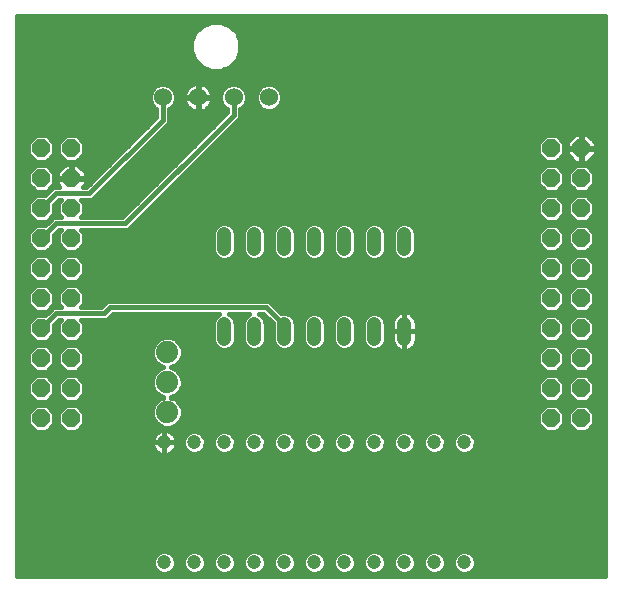
<source format=gbl>
G75*
%MOIN*%
%OFA0B0*%
%FSLAX24Y24*%
%IPPOS*%
%LPD*%
%AMOC8*
5,1,8,0,0,1.08239X$1,22.5*
%
%ADD10OC8,0.0600*%
%ADD11C,0.0740*%
%ADD12C,0.0480*%
%ADD13C,0.0472*%
%ADD14C,0.0600*%
%ADD15C,0.0160*%
%ADD16C,0.0337*%
D10*
X062560Y023393D03*
X063560Y023393D03*
X063560Y024393D03*
X062560Y024393D03*
X062560Y025393D03*
X063560Y025393D03*
X063560Y026393D03*
X062560Y026393D03*
X062560Y027393D03*
X063560Y027393D03*
X063560Y028393D03*
X062560Y028393D03*
X062560Y029393D03*
X063560Y029393D03*
X063560Y030393D03*
X062560Y030393D03*
X062560Y031393D03*
X063560Y031393D03*
X063560Y032393D03*
X062560Y032393D03*
X079560Y032393D03*
X080560Y032393D03*
X080560Y031393D03*
X079560Y031393D03*
X079560Y030393D03*
X080560Y030393D03*
X080560Y029393D03*
X079560Y029393D03*
X079560Y028393D03*
X080560Y028393D03*
X080560Y027393D03*
X079560Y027393D03*
X079560Y026393D03*
X080560Y026393D03*
X080560Y025393D03*
X079560Y025393D03*
X079560Y024393D03*
X080560Y024393D03*
X080560Y023393D03*
X079560Y023393D03*
D11*
X066760Y023593D03*
X066760Y024593D03*
X066760Y025593D03*
D12*
X068660Y026053D02*
X068660Y026533D01*
X069660Y026533D02*
X069660Y026053D01*
X070660Y026053D02*
X070660Y026533D01*
X071660Y026533D02*
X071660Y026053D01*
X072660Y026053D02*
X072660Y026533D01*
X073660Y026533D02*
X073660Y026053D01*
X074660Y026053D02*
X074660Y026533D01*
X074660Y029053D02*
X074660Y029533D01*
X073660Y029533D02*
X073660Y029053D01*
X072660Y029053D02*
X072660Y029533D01*
X071660Y029533D02*
X071660Y029053D01*
X070660Y029053D02*
X070660Y029533D01*
X069660Y029533D02*
X069660Y029053D01*
X068660Y029053D02*
X068660Y029533D01*
D13*
X068660Y022593D03*
X069660Y022593D03*
X070660Y022593D03*
X071660Y022593D03*
X072660Y022593D03*
X073660Y022593D03*
X074660Y022593D03*
X075660Y022593D03*
X076660Y022593D03*
X076660Y018593D03*
X075660Y018593D03*
X074660Y018593D03*
X073660Y018593D03*
X072660Y018593D03*
X071660Y018593D03*
X070660Y018593D03*
X069660Y018593D03*
X068660Y018593D03*
X067660Y018593D03*
X066660Y018593D03*
X066660Y022593D03*
X067660Y022593D03*
D14*
X067790Y034093D03*
X068970Y034093D03*
X070150Y034093D03*
X066610Y034093D03*
D15*
X061760Y036793D02*
X061760Y018123D01*
X081360Y018123D01*
X081360Y036793D01*
X061760Y036793D01*
X061760Y036766D02*
X081360Y036766D01*
X081360Y036608D02*
X068556Y036608D01*
X068543Y036613D02*
X068216Y036613D01*
X067915Y036488D01*
X067684Y036258D01*
X067560Y035956D01*
X067560Y035630D01*
X067684Y035329D01*
X067915Y035098D01*
X068216Y034973D01*
X068543Y034973D01*
X068844Y035098D01*
X069075Y035329D01*
X069200Y035630D01*
X069200Y035956D01*
X069075Y036258D01*
X068844Y036488D01*
X068543Y036613D01*
X068203Y036608D02*
X061760Y036608D01*
X061760Y036449D02*
X067876Y036449D01*
X067717Y036291D02*
X061760Y036291D01*
X061760Y036132D02*
X067632Y036132D01*
X067567Y035974D02*
X061760Y035974D01*
X061760Y035815D02*
X067560Y035815D01*
X067560Y035657D02*
X061760Y035657D01*
X061760Y035498D02*
X067614Y035498D01*
X067680Y035340D02*
X061760Y035340D01*
X061760Y035181D02*
X067832Y035181D01*
X068097Y035023D02*
X061760Y035023D01*
X061760Y034864D02*
X081360Y034864D01*
X081360Y034706D02*
X061760Y034706D01*
X061760Y034547D02*
X067634Y034547D01*
X067605Y034538D02*
X067538Y034504D01*
X067477Y034459D01*
X067423Y034406D01*
X067379Y034345D01*
X067345Y034278D01*
X067321Y034206D01*
X067310Y034131D01*
X067310Y034113D01*
X067770Y034113D01*
X067770Y034573D01*
X067752Y034573D01*
X067677Y034561D01*
X067605Y034538D01*
X067770Y034547D02*
X067810Y034547D01*
X067810Y034573D02*
X067827Y034573D01*
X067902Y034561D01*
X067974Y034538D01*
X068041Y034504D01*
X068102Y034459D01*
X068156Y034406D01*
X068200Y034345D01*
X068234Y034278D01*
X068258Y034206D01*
X068270Y034131D01*
X068270Y034113D01*
X067810Y034113D01*
X067810Y034073D01*
X068270Y034073D01*
X068270Y034056D01*
X068258Y033981D01*
X068234Y033909D01*
X068200Y033842D01*
X068156Y033781D01*
X068102Y033727D01*
X068041Y033683D01*
X067974Y033648D01*
X067902Y033625D01*
X067827Y033613D01*
X067810Y033613D01*
X067810Y034073D01*
X067770Y034073D01*
X067770Y033613D01*
X067752Y033613D01*
X067677Y033625D01*
X067605Y033648D01*
X067538Y033683D01*
X067477Y033727D01*
X067423Y033781D01*
X067379Y033842D01*
X067345Y033909D01*
X067321Y033981D01*
X067310Y034056D01*
X067310Y034073D01*
X067770Y034073D01*
X067770Y034113D01*
X067810Y034113D01*
X067810Y034573D01*
X067945Y034547D02*
X081360Y034547D01*
X081360Y034389D02*
X070476Y034389D01*
X070523Y034343D02*
X070399Y034466D01*
X070237Y034533D01*
X070062Y034533D01*
X069900Y034466D01*
X069776Y034343D01*
X069710Y034181D01*
X069710Y034006D01*
X069776Y033844D01*
X069900Y033720D01*
X070062Y033653D01*
X070237Y033653D01*
X070399Y033720D01*
X070523Y033844D01*
X070590Y034006D01*
X070590Y034181D01*
X070523Y034343D01*
X070569Y034230D02*
X081360Y034230D01*
X081360Y034072D02*
X070590Y034072D01*
X070551Y033913D02*
X081360Y033913D01*
X081360Y033755D02*
X070433Y033755D01*
X069866Y033755D02*
X069253Y033755D01*
X069219Y033720D02*
X069343Y033844D01*
X069410Y034006D01*
X069410Y034181D01*
X069343Y034343D01*
X069219Y034466D01*
X069057Y034533D01*
X068882Y034533D01*
X068720Y034466D01*
X068596Y034343D01*
X068530Y034181D01*
X068530Y034006D01*
X068596Y033844D01*
X068720Y033720D01*
X068750Y033708D01*
X068750Y033594D01*
X065268Y030113D01*
X063902Y030113D01*
X064000Y030211D01*
X064000Y030576D01*
X063902Y030673D01*
X064251Y030673D01*
X064380Y030802D01*
X066830Y033252D01*
X066830Y033708D01*
X066859Y033720D01*
X066983Y033844D01*
X067050Y034006D01*
X067050Y034181D01*
X066983Y034343D01*
X066859Y034466D01*
X066697Y034533D01*
X066522Y034533D01*
X066360Y034466D01*
X066236Y034343D01*
X066170Y034181D01*
X066170Y034006D01*
X066236Y033844D01*
X066360Y033720D01*
X066390Y033708D01*
X066390Y033434D01*
X064068Y031113D01*
X063958Y031113D01*
X064040Y031194D01*
X064040Y031373D01*
X063580Y031373D01*
X063580Y031413D01*
X064040Y031413D01*
X064040Y031592D01*
X063758Y031873D01*
X063580Y031873D01*
X063580Y031413D01*
X063540Y031413D01*
X063540Y031873D01*
X063361Y031873D01*
X063080Y031592D01*
X063080Y031413D01*
X063540Y031413D01*
X063540Y031373D01*
X063080Y031373D01*
X063080Y031194D01*
X063161Y031113D01*
X062968Y031113D01*
X062688Y030833D01*
X062377Y030833D01*
X062120Y030576D01*
X062120Y030211D01*
X062377Y029953D01*
X062742Y029953D01*
X063000Y030211D01*
X063000Y030522D01*
X063151Y030673D01*
X063217Y030673D01*
X063120Y030576D01*
X063120Y030211D01*
X063217Y030113D01*
X062968Y030113D01*
X062840Y029984D01*
X062688Y029833D01*
X062377Y029833D01*
X062120Y029576D01*
X062120Y029211D01*
X062377Y028953D01*
X062742Y028953D01*
X063000Y029211D01*
X063000Y029522D01*
X063151Y029673D01*
X063217Y029673D01*
X063120Y029576D01*
X063120Y029211D01*
X063377Y028953D01*
X063742Y028953D01*
X064000Y029211D01*
X064000Y029576D01*
X063902Y029673D01*
X065451Y029673D01*
X065580Y029802D01*
X069190Y033412D01*
X069190Y033708D01*
X069219Y033720D01*
X069190Y033596D02*
X081360Y033596D01*
X081360Y033438D02*
X069190Y033438D01*
X069057Y033279D02*
X081360Y033279D01*
X081360Y033121D02*
X068898Y033121D01*
X068740Y032962D02*
X081360Y032962D01*
X081360Y032804D02*
X080828Y032804D01*
X080758Y032873D02*
X081040Y032592D01*
X081040Y032413D01*
X080580Y032413D01*
X080580Y032373D01*
X081040Y032373D01*
X081040Y032194D01*
X080758Y031913D01*
X080580Y031913D01*
X080580Y032373D01*
X080540Y032373D01*
X080540Y031913D01*
X080361Y031913D01*
X080080Y032194D01*
X080080Y032373D01*
X080540Y032373D01*
X080540Y032413D01*
X080540Y032873D01*
X080361Y032873D01*
X080080Y032592D01*
X080080Y032413D01*
X080540Y032413D01*
X080580Y032413D01*
X080580Y032873D01*
X080758Y032873D01*
X080580Y032804D02*
X080540Y032804D01*
X080540Y032645D02*
X080580Y032645D01*
X080580Y032487D02*
X080540Y032487D01*
X080540Y032328D02*
X080580Y032328D01*
X080580Y032170D02*
X080540Y032170D01*
X080540Y032011D02*
X080580Y032011D01*
X080742Y031833D02*
X080377Y031833D01*
X080120Y031576D01*
X080120Y031211D01*
X080377Y030953D01*
X080742Y030953D01*
X081000Y031211D01*
X081000Y031576D01*
X080742Y031833D01*
X080881Y031694D02*
X081360Y031694D01*
X081360Y031536D02*
X081000Y031536D01*
X081000Y031377D02*
X081360Y031377D01*
X081360Y031219D02*
X081000Y031219D01*
X080849Y031060D02*
X081360Y031060D01*
X081360Y030902D02*
X066679Y030902D01*
X066838Y031060D02*
X079270Y031060D01*
X079377Y030953D02*
X079742Y030953D01*
X080000Y031211D01*
X080000Y031576D01*
X079742Y031833D01*
X079377Y031833D01*
X079120Y031576D01*
X079120Y031211D01*
X079377Y030953D01*
X079377Y030833D02*
X079120Y030576D01*
X079120Y030211D01*
X079377Y029953D01*
X079742Y029953D01*
X080000Y030211D01*
X080000Y030576D01*
X079742Y030833D01*
X079377Y030833D01*
X079287Y030743D02*
X066521Y030743D01*
X066362Y030585D02*
X079129Y030585D01*
X079120Y030426D02*
X066204Y030426D01*
X066045Y030268D02*
X079120Y030268D01*
X079221Y030109D02*
X065887Y030109D01*
X065728Y029951D02*
X081360Y029951D01*
X081360Y030109D02*
X080898Y030109D01*
X081000Y030211D02*
X080742Y029953D01*
X080377Y029953D01*
X080120Y030211D01*
X080120Y030576D01*
X080377Y030833D01*
X080742Y030833D01*
X081000Y030576D01*
X081000Y030211D01*
X081000Y030268D02*
X081360Y030268D01*
X081360Y030426D02*
X081000Y030426D01*
X080990Y030585D02*
X081360Y030585D01*
X081360Y030743D02*
X080832Y030743D01*
X080287Y030743D02*
X079832Y030743D01*
X079990Y030585D02*
X080129Y030585D01*
X080120Y030426D02*
X080000Y030426D01*
X080000Y030268D02*
X080120Y030268D01*
X080221Y030109D02*
X079898Y030109D01*
X079742Y029833D02*
X080000Y029576D01*
X080000Y029211D01*
X079742Y028953D01*
X079377Y028953D01*
X079120Y029211D01*
X079120Y029576D01*
X079377Y029833D01*
X079742Y029833D01*
X079783Y029792D02*
X080336Y029792D01*
X080377Y029833D02*
X080120Y029576D01*
X080120Y029211D01*
X080377Y028953D01*
X080742Y028953D01*
X081000Y029211D01*
X081000Y029576D01*
X080742Y029833D01*
X080377Y029833D01*
X080178Y029634D02*
X079941Y029634D01*
X080000Y029475D02*
X080120Y029475D01*
X080120Y029317D02*
X080000Y029317D01*
X079947Y029158D02*
X080172Y029158D01*
X080331Y029000D02*
X079788Y029000D01*
X079742Y028833D02*
X080000Y028576D01*
X080000Y028211D01*
X079742Y027953D01*
X079377Y027953D01*
X079120Y028211D01*
X079120Y028576D01*
X079377Y028833D01*
X079742Y028833D01*
X079892Y028683D02*
X080227Y028683D01*
X080120Y028576D02*
X080120Y028211D01*
X080377Y027953D01*
X080742Y027953D01*
X081000Y028211D01*
X081000Y028576D01*
X080742Y028833D01*
X080377Y028833D01*
X080120Y028576D01*
X080120Y028524D02*
X080000Y028524D01*
X080000Y028366D02*
X080120Y028366D01*
X080123Y028207D02*
X079996Y028207D01*
X079837Y028049D02*
X080282Y028049D01*
X080377Y027833D02*
X080120Y027576D01*
X080120Y027211D01*
X080377Y026953D01*
X080742Y026953D01*
X081000Y027211D01*
X081000Y027576D01*
X080742Y027833D01*
X080377Y027833D01*
X080276Y027732D02*
X079843Y027732D01*
X079742Y027833D02*
X080000Y027576D01*
X080000Y027211D01*
X079742Y026953D01*
X079377Y026953D01*
X079120Y027211D01*
X079120Y027576D01*
X079377Y027833D01*
X079742Y027833D01*
X080000Y027573D02*
X080120Y027573D01*
X080120Y027415D02*
X080000Y027415D01*
X080000Y027256D02*
X080120Y027256D01*
X080233Y027098D02*
X079886Y027098D01*
X079742Y026833D02*
X079377Y026833D01*
X079120Y026576D01*
X079120Y026211D01*
X079377Y025953D01*
X079742Y025953D01*
X080000Y026211D01*
X080000Y026576D01*
X079742Y026833D01*
X079794Y026781D02*
X080325Y026781D01*
X080377Y026833D02*
X080120Y026576D01*
X080120Y026211D01*
X080377Y025953D01*
X080742Y025953D01*
X081000Y026211D01*
X081000Y026576D01*
X080742Y026833D01*
X080377Y026833D01*
X080166Y026622D02*
X079953Y026622D01*
X080000Y026464D02*
X080120Y026464D01*
X080120Y026305D02*
X080000Y026305D01*
X079935Y026147D02*
X080184Y026147D01*
X080342Y025988D02*
X079777Y025988D01*
X079742Y025833D02*
X080000Y025576D01*
X080000Y025211D01*
X079742Y024953D01*
X079377Y024953D01*
X079120Y025211D01*
X079120Y025576D01*
X079377Y025833D01*
X079742Y025833D01*
X079745Y025830D02*
X080374Y025830D01*
X080377Y025833D02*
X080120Y025576D01*
X080120Y025211D01*
X080377Y024953D01*
X080742Y024953D01*
X081000Y025211D01*
X081000Y025576D01*
X080742Y025833D01*
X080377Y025833D01*
X080215Y025671D02*
X079904Y025671D01*
X080000Y025513D02*
X080120Y025513D01*
X080120Y025354D02*
X080000Y025354D01*
X079984Y025196D02*
X080135Y025196D01*
X080293Y025037D02*
X079826Y025037D01*
X079742Y024833D02*
X080000Y024576D01*
X080000Y024211D01*
X079742Y023953D01*
X079377Y023953D01*
X079120Y024211D01*
X079120Y024576D01*
X079377Y024833D01*
X079742Y024833D01*
X079855Y024720D02*
X080264Y024720D01*
X080377Y024833D02*
X080120Y024576D01*
X080120Y024211D01*
X080377Y023953D01*
X080742Y023953D01*
X081000Y024211D01*
X081000Y024576D01*
X080742Y024833D01*
X080377Y024833D01*
X080120Y024562D02*
X080000Y024562D01*
X080000Y024403D02*
X080120Y024403D01*
X080120Y024245D02*
X080000Y024245D01*
X079875Y024086D02*
X080244Y024086D01*
X080377Y023833D02*
X080120Y023576D01*
X080120Y023211D01*
X080377Y022953D01*
X080742Y022953D01*
X081000Y023211D01*
X081000Y023576D01*
X080742Y023833D01*
X080377Y023833D01*
X080313Y023769D02*
X079806Y023769D01*
X079742Y023833D02*
X080000Y023576D01*
X080000Y023211D01*
X079742Y022953D01*
X079377Y022953D01*
X079120Y023211D01*
X079120Y023576D01*
X079377Y023833D01*
X079742Y023833D01*
X079964Y023611D02*
X080155Y023611D01*
X080120Y023452D02*
X080000Y023452D01*
X080000Y023294D02*
X080120Y023294D01*
X080195Y023135D02*
X079924Y023135D01*
X079765Y022977D02*
X080354Y022977D01*
X080765Y022977D02*
X081360Y022977D01*
X081360Y023135D02*
X080924Y023135D01*
X081000Y023294D02*
X081360Y023294D01*
X081360Y023452D02*
X081000Y023452D01*
X080964Y023611D02*
X081360Y023611D01*
X081360Y023769D02*
X080806Y023769D01*
X080875Y024086D02*
X081360Y024086D01*
X081360Y023928D02*
X067146Y023928D01*
X067192Y023882D02*
X067048Y024026D01*
X066885Y024093D01*
X067048Y024161D01*
X067192Y024304D01*
X067270Y024492D01*
X067270Y024695D01*
X067192Y024882D01*
X067048Y025026D01*
X066885Y025093D01*
X067048Y025161D01*
X067192Y025304D01*
X067270Y025492D01*
X067270Y025695D01*
X067192Y025882D01*
X067048Y026026D01*
X066861Y026103D01*
X066658Y026103D01*
X066471Y026026D01*
X066327Y025882D01*
X066250Y025695D01*
X066250Y025492D01*
X066327Y025304D01*
X066471Y025161D01*
X066634Y025093D01*
X066471Y025026D01*
X066327Y024882D01*
X066250Y024695D01*
X066250Y024492D01*
X066327Y024304D01*
X066471Y024161D01*
X066634Y024093D01*
X066471Y024026D01*
X066327Y023882D01*
X066250Y023695D01*
X066250Y023492D01*
X066327Y023304D01*
X066471Y023161D01*
X066658Y023083D01*
X066861Y023083D01*
X067048Y023161D01*
X067192Y023304D01*
X067270Y023492D01*
X067270Y023695D01*
X067192Y023882D01*
X067239Y023769D02*
X079313Y023769D01*
X079155Y023611D02*
X067270Y023611D01*
X067253Y023452D02*
X079120Y023452D01*
X079120Y023294D02*
X067181Y023294D01*
X066987Y023135D02*
X079195Y023135D01*
X079354Y022977D02*
X066824Y022977D01*
X066819Y022979D02*
X066757Y022999D01*
X066692Y023010D01*
X066660Y023010D01*
X066660Y022593D01*
X066660Y022593D01*
X067076Y022593D01*
X067076Y022561D01*
X067065Y022496D01*
X067045Y022434D01*
X067015Y022375D01*
X066977Y022322D01*
X066931Y022276D01*
X066878Y022237D01*
X066819Y022208D01*
X066757Y022187D01*
X066692Y022177D01*
X066660Y022177D01*
X066660Y022593D01*
X066660Y022593D01*
X067076Y022593D01*
X067076Y022626D01*
X067065Y022691D01*
X067045Y022753D01*
X067015Y022811D01*
X066977Y022864D01*
X066931Y022911D01*
X066878Y022949D01*
X066819Y022979D01*
X066660Y022977D02*
X066660Y022977D01*
X066660Y023010D02*
X066627Y023010D01*
X066562Y022999D01*
X066500Y022979D01*
X066441Y022949D01*
X066388Y022911D01*
X066342Y022864D01*
X066304Y022811D01*
X066274Y022753D01*
X066254Y022691D01*
X066243Y022626D01*
X066243Y022593D01*
X066243Y022561D01*
X066254Y022496D01*
X066274Y022434D01*
X066304Y022375D01*
X066342Y022322D01*
X066388Y022276D01*
X066441Y022237D01*
X066500Y022208D01*
X066562Y022187D01*
X066627Y022177D01*
X066660Y022177D01*
X066660Y022593D01*
X066660Y022593D01*
X066243Y022593D01*
X066660Y022593D01*
X066660Y022593D01*
X066660Y023010D01*
X066495Y022977D02*
X063765Y022977D01*
X063742Y022953D02*
X064000Y023211D01*
X064000Y023576D01*
X063742Y023833D01*
X063377Y023833D01*
X063120Y023576D01*
X063120Y023211D01*
X063377Y022953D01*
X063742Y022953D01*
X063924Y023135D02*
X066532Y023135D01*
X066338Y023294D02*
X064000Y023294D01*
X064000Y023452D02*
X066266Y023452D01*
X066250Y023611D02*
X063964Y023611D01*
X063806Y023769D02*
X066280Y023769D01*
X066373Y023928D02*
X061760Y023928D01*
X061760Y024086D02*
X062244Y024086D01*
X062120Y024211D02*
X062377Y023953D01*
X062742Y023953D01*
X063000Y024211D01*
X063000Y024576D01*
X062742Y024833D01*
X062377Y024833D01*
X062120Y024576D01*
X062120Y024211D01*
X062120Y024245D02*
X061760Y024245D01*
X061760Y024403D02*
X062120Y024403D01*
X062120Y024562D02*
X061760Y024562D01*
X061760Y024720D02*
X062264Y024720D01*
X062377Y024953D02*
X062742Y024953D01*
X063000Y025211D01*
X063000Y025576D01*
X062742Y025833D01*
X062377Y025833D01*
X062120Y025576D01*
X062120Y025211D01*
X062377Y024953D01*
X062293Y025037D02*
X061760Y025037D01*
X061760Y024879D02*
X066326Y024879D01*
X066260Y024720D02*
X063855Y024720D01*
X063742Y024833D02*
X063377Y024833D01*
X063120Y024576D01*
X063120Y024211D01*
X063377Y023953D01*
X063742Y023953D01*
X064000Y024211D01*
X064000Y024576D01*
X063742Y024833D01*
X063742Y024953D02*
X064000Y025211D01*
X064000Y025576D01*
X063742Y025833D01*
X063377Y025833D01*
X063120Y025576D01*
X063120Y025211D01*
X063377Y024953D01*
X063742Y024953D01*
X063826Y025037D02*
X066499Y025037D01*
X066436Y025196D02*
X063984Y025196D01*
X064000Y025354D02*
X066306Y025354D01*
X066250Y025513D02*
X064000Y025513D01*
X063904Y025671D02*
X066250Y025671D01*
X066305Y025830D02*
X063745Y025830D01*
X063742Y025953D02*
X064000Y026211D01*
X064000Y026576D01*
X063902Y026673D01*
X064751Y026673D01*
X064880Y026802D01*
X064951Y026873D01*
X068487Y026873D01*
X068444Y026855D01*
X068337Y026749D01*
X068280Y026609D01*
X068280Y025978D01*
X068337Y025838D01*
X068444Y025731D01*
X068584Y025673D01*
X068735Y025673D01*
X068875Y025731D01*
X068982Y025838D01*
X069040Y025978D01*
X069040Y026609D01*
X068982Y026749D01*
X068875Y026855D01*
X068832Y026873D01*
X069487Y026873D01*
X069444Y026855D01*
X069337Y026749D01*
X069280Y026609D01*
X069280Y025978D01*
X069337Y025838D01*
X069444Y025731D01*
X069584Y025673D01*
X069735Y025673D01*
X069875Y025731D01*
X069982Y025838D01*
X070040Y025978D01*
X070040Y026609D01*
X069982Y026749D01*
X069875Y026855D01*
X069832Y026873D01*
X069968Y026873D01*
X070280Y026562D01*
X070280Y025978D01*
X070337Y025838D01*
X070444Y025731D01*
X070584Y025673D01*
X070735Y025673D01*
X070875Y025731D01*
X070982Y025838D01*
X071040Y025978D01*
X071040Y026609D01*
X070982Y026749D01*
X070875Y026855D01*
X070735Y026913D01*
X070584Y026913D01*
X070560Y026904D01*
X070280Y027184D01*
X070151Y027313D01*
X064768Y027313D01*
X064568Y027113D01*
X063902Y027113D01*
X064000Y027211D01*
X064000Y027576D01*
X063742Y027833D01*
X063377Y027833D01*
X063120Y027576D01*
X063120Y027211D01*
X063217Y027113D01*
X062968Y027113D01*
X062840Y026984D01*
X062688Y026833D01*
X062377Y026833D01*
X062120Y026576D01*
X062120Y026211D01*
X062377Y025953D01*
X062742Y025953D01*
X063000Y026211D01*
X063000Y026522D01*
X063151Y026673D01*
X063217Y026673D01*
X063120Y026576D01*
X063120Y026211D01*
X063377Y025953D01*
X063742Y025953D01*
X063777Y025988D02*
X066433Y025988D01*
X067086Y025988D02*
X068280Y025988D01*
X068280Y026147D02*
X063935Y026147D01*
X064000Y026305D02*
X068280Y026305D01*
X068280Y026464D02*
X064000Y026464D01*
X063953Y026622D02*
X068285Y026622D01*
X068370Y026781D02*
X064858Y026781D01*
X064660Y026893D02*
X063060Y026893D01*
X062560Y026393D01*
X063000Y026464D02*
X063120Y026464D01*
X063120Y026305D02*
X063000Y026305D01*
X062935Y026147D02*
X063184Y026147D01*
X063342Y025988D02*
X062777Y025988D01*
X062745Y025830D02*
X063374Y025830D01*
X063215Y025671D02*
X062904Y025671D01*
X063000Y025513D02*
X063120Y025513D01*
X063120Y025354D02*
X063000Y025354D01*
X062984Y025196D02*
X063135Y025196D01*
X063293Y025037D02*
X062826Y025037D01*
X062855Y024720D02*
X063264Y024720D01*
X063120Y024562D02*
X063000Y024562D01*
X063000Y024403D02*
X063120Y024403D01*
X063120Y024245D02*
X063000Y024245D01*
X062875Y024086D02*
X063244Y024086D01*
X063313Y023769D02*
X062806Y023769D01*
X062742Y023833D02*
X062377Y023833D01*
X062120Y023576D01*
X062120Y023211D01*
X062377Y022953D01*
X062742Y022953D01*
X063000Y023211D01*
X063000Y023576D01*
X062742Y023833D01*
X062964Y023611D02*
X063155Y023611D01*
X063120Y023452D02*
X063000Y023452D01*
X063000Y023294D02*
X063120Y023294D01*
X063195Y023135D02*
X062924Y023135D01*
X062765Y022977D02*
X063354Y022977D01*
X062354Y022977D02*
X061760Y022977D01*
X061760Y023135D02*
X062195Y023135D01*
X062120Y023294D02*
X061760Y023294D01*
X061760Y023452D02*
X062120Y023452D01*
X062155Y023611D02*
X061760Y023611D01*
X061760Y023769D02*
X062313Y023769D01*
X063875Y024086D02*
X066617Y024086D01*
X066387Y024245D02*
X064000Y024245D01*
X064000Y024403D02*
X066286Y024403D01*
X066250Y024562D02*
X064000Y024562D01*
X062135Y025196D02*
X061760Y025196D01*
X061760Y025354D02*
X062120Y025354D01*
X062120Y025513D02*
X061760Y025513D01*
X061760Y025671D02*
X062215Y025671D01*
X062374Y025830D02*
X061760Y025830D01*
X061760Y025988D02*
X062342Y025988D01*
X062184Y026147D02*
X061760Y026147D01*
X061760Y026305D02*
X062120Y026305D01*
X062120Y026464D02*
X061760Y026464D01*
X061760Y026622D02*
X062166Y026622D01*
X062325Y026781D02*
X061760Y026781D01*
X061760Y026939D02*
X062794Y026939D01*
X062742Y026953D02*
X063000Y027211D01*
X063000Y027576D01*
X062742Y027833D01*
X062377Y027833D01*
X062120Y027576D01*
X062120Y027211D01*
X062377Y026953D01*
X062742Y026953D01*
X062840Y026984D02*
X062840Y026984D01*
X062886Y027098D02*
X062953Y027098D01*
X063000Y027256D02*
X063120Y027256D01*
X063120Y027415D02*
X063000Y027415D01*
X063000Y027573D02*
X063120Y027573D01*
X063276Y027732D02*
X062843Y027732D01*
X062742Y027953D02*
X063000Y028211D01*
X063000Y028576D01*
X062742Y028833D01*
X062377Y028833D01*
X062120Y028576D01*
X062120Y028211D01*
X062377Y027953D01*
X062742Y027953D01*
X062837Y028049D02*
X063282Y028049D01*
X063377Y027953D02*
X063742Y027953D01*
X064000Y028211D01*
X064000Y028576D01*
X063742Y028833D01*
X063377Y028833D01*
X063120Y028576D01*
X063120Y028211D01*
X063377Y027953D01*
X063123Y028207D02*
X062996Y028207D01*
X063000Y028366D02*
X063120Y028366D01*
X063120Y028524D02*
X063000Y028524D01*
X062892Y028683D02*
X063227Y028683D01*
X063331Y029000D02*
X062788Y029000D01*
X062947Y029158D02*
X063172Y029158D01*
X063120Y029317D02*
X063000Y029317D01*
X063000Y029475D02*
X063120Y029475D01*
X063111Y029634D02*
X063178Y029634D01*
X063060Y029893D02*
X065360Y029893D01*
X068970Y033503D01*
X068970Y034093D01*
X068960Y034093D01*
X068530Y034072D02*
X068270Y034072D01*
X068250Y034230D02*
X068550Y034230D01*
X068643Y034389D02*
X068168Y034389D01*
X067810Y034389D02*
X067770Y034389D01*
X067770Y034230D02*
X067810Y034230D01*
X067810Y034072D02*
X067770Y034072D01*
X067770Y033913D02*
X067810Y033913D01*
X067810Y033755D02*
X067770Y033755D01*
X067449Y033755D02*
X066893Y033755D01*
X066830Y033596D02*
X068750Y033596D01*
X068686Y033755D02*
X068130Y033755D01*
X068236Y033913D02*
X068568Y033913D01*
X068593Y033438D02*
X066830Y033438D01*
X066830Y033279D02*
X068434Y033279D01*
X068276Y033121D02*
X066698Y033121D01*
X066540Y032962D02*
X068117Y032962D01*
X067959Y032804D02*
X066381Y032804D01*
X066223Y032645D02*
X067800Y032645D01*
X067642Y032487D02*
X066064Y032487D01*
X065906Y032328D02*
X067483Y032328D01*
X067325Y032170D02*
X065747Y032170D01*
X065589Y032011D02*
X067166Y032011D01*
X067008Y031853D02*
X065430Y031853D01*
X065272Y031694D02*
X066849Y031694D01*
X066691Y031536D02*
X065113Y031536D01*
X064955Y031377D02*
X066532Y031377D01*
X066374Y031219D02*
X064796Y031219D01*
X064638Y031060D02*
X066215Y031060D01*
X066057Y030902D02*
X064479Y030902D01*
X064321Y030743D02*
X065898Y030743D01*
X065740Y030585D02*
X063990Y030585D01*
X064000Y030426D02*
X065581Y030426D01*
X065423Y030268D02*
X064000Y030268D01*
X064160Y030893D02*
X063060Y030893D01*
X062560Y030393D01*
X063000Y030426D02*
X063120Y030426D01*
X063120Y030268D02*
X063000Y030268D01*
X062964Y030109D02*
X062898Y030109D01*
X062840Y029984D02*
X062840Y029984D01*
X062806Y029951D02*
X061760Y029951D01*
X061760Y030109D02*
X062221Y030109D01*
X062120Y030268D02*
X061760Y030268D01*
X061760Y030426D02*
X062120Y030426D01*
X062129Y030585D02*
X061760Y030585D01*
X061760Y030743D02*
X062287Y030743D01*
X062377Y030953D02*
X062742Y030953D01*
X063000Y031211D01*
X063000Y031576D01*
X062742Y031833D01*
X062377Y031833D01*
X062120Y031576D01*
X062120Y031211D01*
X062377Y030953D01*
X062270Y031060D02*
X061760Y031060D01*
X061760Y030902D02*
X062757Y030902D01*
X062849Y031060D02*
X062915Y031060D01*
X063000Y031219D02*
X063080Y031219D01*
X063000Y031377D02*
X063540Y031377D01*
X063580Y031377D02*
X064332Y031377D01*
X064174Y031219D02*
X064040Y031219D01*
X064040Y031536D02*
X064491Y031536D01*
X064649Y031694D02*
X063937Y031694D01*
X063779Y031853D02*
X064808Y031853D01*
X064966Y032011D02*
X063800Y032011D01*
X063742Y031953D02*
X064000Y032211D01*
X064000Y032576D01*
X063742Y032833D01*
X063377Y032833D01*
X063120Y032576D01*
X063120Y032211D01*
X063377Y031953D01*
X063742Y031953D01*
X063580Y031853D02*
X063540Y031853D01*
X063540Y031694D02*
X063580Y031694D01*
X063580Y031536D02*
X063540Y031536D01*
X063340Y031853D02*
X061760Y031853D01*
X061760Y032011D02*
X062319Y032011D01*
X062377Y031953D02*
X062742Y031953D01*
X063000Y032211D01*
X063000Y032576D01*
X062742Y032833D01*
X062377Y032833D01*
X062120Y032576D01*
X062120Y032211D01*
X062377Y031953D01*
X062238Y031694D02*
X061760Y031694D01*
X061760Y031536D02*
X062120Y031536D01*
X062120Y031377D02*
X061760Y031377D01*
X061760Y031219D02*
X062120Y031219D01*
X062881Y031694D02*
X063182Y031694D01*
X063080Y031536D02*
X063000Y031536D01*
X062800Y032011D02*
X063319Y032011D01*
X063161Y032170D02*
X062958Y032170D01*
X063000Y032328D02*
X063120Y032328D01*
X063120Y032487D02*
X063000Y032487D01*
X062930Y032645D02*
X063189Y032645D01*
X063348Y032804D02*
X062771Y032804D01*
X062348Y032804D02*
X061760Y032804D01*
X061760Y032962D02*
X065917Y032962D01*
X065759Y032804D02*
X063771Y032804D01*
X063930Y032645D02*
X065600Y032645D01*
X065442Y032487D02*
X064000Y032487D01*
X064000Y032328D02*
X065283Y032328D01*
X065125Y032170D02*
X063958Y032170D01*
X062161Y032170D02*
X061760Y032170D01*
X061760Y032328D02*
X062120Y032328D01*
X062120Y032487D02*
X061760Y032487D01*
X061760Y032645D02*
X062189Y032645D01*
X061760Y033121D02*
X066076Y033121D01*
X066234Y033279D02*
X061760Y033279D01*
X061760Y033438D02*
X066390Y033438D01*
X066390Y033596D02*
X061760Y033596D01*
X061760Y033755D02*
X066326Y033755D01*
X066208Y033913D02*
X061760Y033913D01*
X061760Y034072D02*
X066170Y034072D01*
X066190Y034230D02*
X061760Y034230D01*
X061760Y034389D02*
X066283Y034389D01*
X066610Y034093D02*
X066610Y033343D01*
X064160Y030893D01*
X063129Y030585D02*
X063062Y030585D01*
X063060Y029893D02*
X062560Y029393D01*
X062120Y029317D02*
X061760Y029317D01*
X061760Y029475D02*
X062120Y029475D01*
X062178Y029634D02*
X061760Y029634D01*
X061760Y029792D02*
X062336Y029792D01*
X063941Y029634D02*
X068290Y029634D01*
X068280Y029609D02*
X068337Y029749D01*
X068444Y029855D01*
X068584Y029913D01*
X068735Y029913D01*
X068875Y029855D01*
X068982Y029749D01*
X069040Y029609D01*
X069040Y028978D01*
X068982Y028838D01*
X068875Y028731D01*
X068735Y028673D01*
X068584Y028673D01*
X068444Y028731D01*
X068337Y028838D01*
X068280Y028978D01*
X068280Y029609D01*
X068280Y029475D02*
X064000Y029475D01*
X064000Y029317D02*
X068280Y029317D01*
X068280Y029158D02*
X063947Y029158D01*
X063788Y029000D02*
X068280Y029000D01*
X068336Y028841D02*
X061760Y028841D01*
X061760Y028683D02*
X062227Y028683D01*
X062120Y028524D02*
X061760Y028524D01*
X061760Y028366D02*
X062120Y028366D01*
X062123Y028207D02*
X061760Y028207D01*
X061760Y028049D02*
X062282Y028049D01*
X062276Y027732D02*
X061760Y027732D01*
X061760Y027890D02*
X081360Y027890D01*
X081360Y027732D02*
X080843Y027732D01*
X081000Y027573D02*
X081360Y027573D01*
X081360Y027415D02*
X081000Y027415D01*
X081000Y027256D02*
X081360Y027256D01*
X081360Y027098D02*
X080886Y027098D01*
X080794Y026781D02*
X081360Y026781D01*
X081360Y026939D02*
X074769Y026939D01*
X074758Y026943D02*
X074693Y026953D01*
X074660Y026953D01*
X074660Y026293D01*
X074660Y026293D01*
X075080Y026293D01*
X075080Y026020D01*
X075069Y025955D01*
X075049Y025892D01*
X075019Y025833D01*
X074980Y025780D01*
X074933Y025733D01*
X074880Y025694D01*
X074821Y025664D01*
X074758Y025644D01*
X074693Y025633D01*
X074660Y025633D01*
X074660Y026293D01*
X074660Y026293D01*
X075080Y026293D01*
X075080Y026566D01*
X075069Y026632D01*
X075049Y026695D01*
X075019Y026753D01*
X074980Y026807D01*
X074933Y026854D01*
X074880Y026893D01*
X074821Y026923D01*
X074758Y026943D01*
X074660Y026939D02*
X074660Y026939D01*
X074660Y026953D02*
X074626Y026953D01*
X074561Y026943D01*
X074498Y026923D01*
X074439Y026893D01*
X074386Y026854D01*
X074339Y026807D01*
X074300Y026753D01*
X074270Y026695D01*
X074250Y026632D01*
X074240Y026566D01*
X074240Y026293D01*
X074240Y026020D01*
X074250Y025955D01*
X074270Y025892D01*
X074300Y025833D01*
X074339Y025780D01*
X074386Y025733D01*
X074439Y025694D01*
X074498Y025664D01*
X074561Y025644D01*
X074626Y025633D01*
X074660Y025633D01*
X074660Y026293D01*
X074660Y026293D01*
X074240Y026293D01*
X074660Y026293D01*
X074660Y026293D01*
X074660Y026953D01*
X074550Y026939D02*
X070525Y026939D01*
X070366Y027098D02*
X079233Y027098D01*
X079120Y027256D02*
X070208Y027256D01*
X070060Y027093D02*
X064860Y027093D01*
X064660Y026893D01*
X064711Y027256D02*
X064000Y027256D01*
X064000Y027415D02*
X079120Y027415D01*
X079120Y027573D02*
X064000Y027573D01*
X063843Y027732D02*
X079276Y027732D01*
X079282Y028049D02*
X063837Y028049D01*
X063996Y028207D02*
X079123Y028207D01*
X079120Y028366D02*
X064000Y028366D01*
X064000Y028524D02*
X079120Y028524D01*
X079227Y028683D02*
X074758Y028683D01*
X074735Y028673D02*
X074875Y028731D01*
X074982Y028838D01*
X075040Y028978D01*
X075040Y029609D01*
X074982Y029749D01*
X074875Y029855D01*
X074735Y029913D01*
X074584Y029913D01*
X074444Y029855D01*
X074337Y029749D01*
X074280Y029609D01*
X074280Y028978D01*
X074337Y028838D01*
X074444Y028731D01*
X074584Y028673D01*
X074735Y028673D01*
X074561Y028683D02*
X073758Y028683D01*
X073735Y028673D02*
X073875Y028731D01*
X073982Y028838D01*
X074040Y028978D01*
X074040Y029609D01*
X073982Y029749D01*
X073875Y029855D01*
X073735Y029913D01*
X073584Y029913D01*
X073444Y029855D01*
X073337Y029749D01*
X073280Y029609D01*
X073280Y028978D01*
X073337Y028838D01*
X073444Y028731D01*
X073584Y028673D01*
X073735Y028673D01*
X073561Y028683D02*
X072758Y028683D01*
X072735Y028673D02*
X072875Y028731D01*
X072982Y028838D01*
X073040Y028978D01*
X073040Y029609D01*
X072982Y029749D01*
X072875Y029855D01*
X072735Y029913D01*
X072584Y029913D01*
X072444Y029855D01*
X072337Y029749D01*
X072280Y029609D01*
X072280Y028978D01*
X072337Y028838D01*
X072444Y028731D01*
X072584Y028673D01*
X072735Y028673D01*
X072561Y028683D02*
X071758Y028683D01*
X071735Y028673D02*
X071875Y028731D01*
X071982Y028838D01*
X072040Y028978D01*
X072040Y029609D01*
X071982Y029749D01*
X071875Y029855D01*
X071735Y029913D01*
X071584Y029913D01*
X071444Y029855D01*
X071337Y029749D01*
X071280Y029609D01*
X071280Y028978D01*
X071337Y028838D01*
X071444Y028731D01*
X071584Y028673D01*
X071735Y028673D01*
X071561Y028683D02*
X070758Y028683D01*
X070735Y028673D02*
X070875Y028731D01*
X070982Y028838D01*
X071040Y028978D01*
X071040Y029609D01*
X070982Y029749D01*
X070875Y029855D01*
X070735Y029913D01*
X070584Y029913D01*
X070444Y029855D01*
X070337Y029749D01*
X070280Y029609D01*
X070280Y028978D01*
X070337Y028838D01*
X070444Y028731D01*
X070584Y028673D01*
X070735Y028673D01*
X070561Y028683D02*
X069758Y028683D01*
X069735Y028673D02*
X069875Y028731D01*
X069982Y028838D01*
X070040Y028978D01*
X070040Y029609D01*
X069982Y029749D01*
X069875Y029855D01*
X069735Y029913D01*
X069584Y029913D01*
X069444Y029855D01*
X069337Y029749D01*
X069280Y029609D01*
X069280Y028978D01*
X069337Y028838D01*
X069444Y028731D01*
X069584Y028673D01*
X069735Y028673D01*
X069561Y028683D02*
X068758Y028683D01*
X068561Y028683D02*
X063892Y028683D01*
X062331Y029000D02*
X061760Y029000D01*
X061760Y029158D02*
X062172Y029158D01*
X062120Y027573D02*
X061760Y027573D01*
X061760Y027415D02*
X062120Y027415D01*
X062120Y027256D02*
X061760Y027256D01*
X061760Y027098D02*
X062233Y027098D01*
X063100Y026622D02*
X063166Y026622D01*
X067214Y025830D02*
X068346Y025830D01*
X068973Y025830D02*
X069346Y025830D01*
X069280Y025988D02*
X069040Y025988D01*
X069040Y026147D02*
X069280Y026147D01*
X069280Y026305D02*
X069040Y026305D01*
X069040Y026464D02*
X069280Y026464D01*
X069285Y026622D02*
X069034Y026622D01*
X068949Y026781D02*
X069370Y026781D01*
X069949Y026781D02*
X070061Y026781D01*
X070034Y026622D02*
X070219Y026622D01*
X070280Y026464D02*
X070040Y026464D01*
X070040Y026305D02*
X070280Y026305D01*
X070280Y026147D02*
X070040Y026147D01*
X070040Y025988D02*
X070280Y025988D01*
X070346Y025830D02*
X069973Y025830D01*
X070660Y026293D02*
X070660Y026493D01*
X070060Y027093D01*
X070949Y026781D02*
X071370Y026781D01*
X071337Y026749D02*
X071280Y026609D01*
X071280Y025978D01*
X071337Y025838D01*
X071444Y025731D01*
X071584Y025673D01*
X071735Y025673D01*
X071875Y025731D01*
X071982Y025838D01*
X072040Y025978D01*
X072040Y026609D01*
X071982Y026749D01*
X071875Y026855D01*
X071735Y026913D01*
X071584Y026913D01*
X071444Y026855D01*
X071337Y026749D01*
X071285Y026622D02*
X071034Y026622D01*
X071040Y026464D02*
X071280Y026464D01*
X071280Y026305D02*
X071040Y026305D01*
X071040Y026147D02*
X071280Y026147D01*
X071280Y025988D02*
X071040Y025988D01*
X070973Y025830D02*
X071346Y025830D01*
X071973Y025830D02*
X072346Y025830D01*
X072337Y025838D02*
X072444Y025731D01*
X072584Y025673D01*
X072735Y025673D01*
X072875Y025731D01*
X072982Y025838D01*
X073040Y025978D01*
X073040Y026609D01*
X072982Y026749D01*
X072875Y026855D01*
X072735Y026913D01*
X072584Y026913D01*
X072444Y026855D01*
X072337Y026749D01*
X072280Y026609D01*
X072280Y025978D01*
X072337Y025838D01*
X072280Y025988D02*
X072040Y025988D01*
X072040Y026147D02*
X072280Y026147D01*
X072280Y026305D02*
X072040Y026305D01*
X072040Y026464D02*
X072280Y026464D01*
X072285Y026622D02*
X072034Y026622D01*
X071949Y026781D02*
X072370Y026781D01*
X072949Y026781D02*
X073370Y026781D01*
X073337Y026749D02*
X073280Y026609D01*
X073280Y025978D01*
X073337Y025838D01*
X073444Y025731D01*
X073584Y025673D01*
X073735Y025673D01*
X073875Y025731D01*
X073982Y025838D01*
X074040Y025978D01*
X074040Y026609D01*
X073982Y026749D01*
X073875Y026855D01*
X073735Y026913D01*
X073584Y026913D01*
X073444Y026855D01*
X073337Y026749D01*
X073285Y026622D02*
X073034Y026622D01*
X073040Y026464D02*
X073280Y026464D01*
X073280Y026305D02*
X073040Y026305D01*
X073040Y026147D02*
X073280Y026147D01*
X073280Y025988D02*
X073040Y025988D01*
X072973Y025830D02*
X073346Y025830D01*
X073973Y025830D02*
X074303Y025830D01*
X074245Y025988D02*
X074040Y025988D01*
X074040Y026147D02*
X074240Y026147D01*
X074240Y026305D02*
X074040Y026305D01*
X074040Y026464D02*
X074240Y026464D01*
X074248Y026622D02*
X074034Y026622D01*
X073949Y026781D02*
X074320Y026781D01*
X074660Y026781D02*
X074660Y026781D01*
X074660Y026622D02*
X074660Y026622D01*
X074660Y026464D02*
X074660Y026464D01*
X074660Y026305D02*
X074660Y026305D01*
X074660Y026147D02*
X074660Y026147D01*
X074660Y025988D02*
X074660Y025988D01*
X074660Y025830D02*
X074660Y025830D01*
X074660Y025671D02*
X074660Y025671D01*
X074835Y025671D02*
X079215Y025671D01*
X079120Y025513D02*
X067270Y025513D01*
X067270Y025671D02*
X074484Y025671D01*
X075016Y025830D02*
X079374Y025830D01*
X079342Y025988D02*
X075074Y025988D01*
X075080Y026147D02*
X079184Y026147D01*
X079120Y026305D02*
X075080Y026305D01*
X075080Y026464D02*
X079120Y026464D01*
X079166Y026622D02*
X075071Y026622D01*
X074999Y026781D02*
X079325Y026781D01*
X080953Y026622D02*
X081360Y026622D01*
X081360Y026464D02*
X081000Y026464D01*
X081000Y026305D02*
X081360Y026305D01*
X081360Y026147D02*
X080935Y026147D01*
X080777Y025988D02*
X081360Y025988D01*
X081360Y025830D02*
X080745Y025830D01*
X080904Y025671D02*
X081360Y025671D01*
X081360Y025513D02*
X081000Y025513D01*
X081000Y025354D02*
X081360Y025354D01*
X081360Y025196D02*
X080984Y025196D01*
X080826Y025037D02*
X081360Y025037D01*
X081360Y024879D02*
X067193Y024879D01*
X067259Y024720D02*
X079264Y024720D01*
X079120Y024562D02*
X067270Y024562D01*
X067233Y024403D02*
X079120Y024403D01*
X079120Y024245D02*
X067132Y024245D01*
X066902Y024086D02*
X079244Y024086D01*
X079293Y025037D02*
X067020Y025037D01*
X067083Y025196D02*
X079135Y025196D01*
X079120Y025354D02*
X067213Y025354D01*
X067585Y022970D02*
X067446Y022912D01*
X067341Y022806D01*
X067283Y022668D01*
X067283Y022518D01*
X067341Y022380D01*
X067446Y022274D01*
X067585Y022217D01*
X067734Y022217D01*
X067873Y022274D01*
X067978Y022380D01*
X068036Y022518D01*
X068036Y022668D01*
X067978Y022806D01*
X067873Y022912D01*
X067734Y022970D01*
X067585Y022970D01*
X067352Y022818D02*
X067011Y022818D01*
X067070Y022660D02*
X067283Y022660D01*
X067290Y022501D02*
X067066Y022501D01*
X066992Y022343D02*
X067378Y022343D01*
X067941Y022343D02*
X068378Y022343D01*
X068341Y022380D02*
X068446Y022274D01*
X068585Y022217D01*
X068734Y022217D01*
X068873Y022274D01*
X068978Y022380D01*
X069036Y022518D01*
X069036Y022668D01*
X068978Y022806D01*
X068873Y022912D01*
X068734Y022970D01*
X068585Y022970D01*
X068446Y022912D01*
X068341Y022806D01*
X068283Y022668D01*
X068283Y022518D01*
X068341Y022380D01*
X068290Y022501D02*
X068029Y022501D01*
X068036Y022660D02*
X068283Y022660D01*
X068352Y022818D02*
X067967Y022818D01*
X068967Y022818D02*
X069352Y022818D01*
X069341Y022806D02*
X069283Y022668D01*
X069283Y022518D01*
X069341Y022380D01*
X069446Y022274D01*
X069585Y022217D01*
X069734Y022217D01*
X069873Y022274D01*
X069978Y022380D01*
X070036Y022518D01*
X070036Y022668D01*
X069978Y022806D01*
X069873Y022912D01*
X069734Y022970D01*
X069585Y022970D01*
X069446Y022912D01*
X069341Y022806D01*
X069283Y022660D02*
X069036Y022660D01*
X069029Y022501D02*
X069290Y022501D01*
X069378Y022343D02*
X068941Y022343D01*
X069941Y022343D02*
X070378Y022343D01*
X070341Y022380D02*
X070446Y022274D01*
X070585Y022217D01*
X070734Y022217D01*
X070873Y022274D01*
X070978Y022380D01*
X071036Y022518D01*
X071036Y022668D01*
X070978Y022806D01*
X070873Y022912D01*
X070734Y022970D01*
X070585Y022970D01*
X070446Y022912D01*
X070341Y022806D01*
X070283Y022668D01*
X070283Y022518D01*
X070341Y022380D01*
X070290Y022501D02*
X070029Y022501D01*
X070036Y022660D02*
X070283Y022660D01*
X070352Y022818D02*
X069967Y022818D01*
X070967Y022818D02*
X071352Y022818D01*
X071341Y022806D02*
X071283Y022668D01*
X071283Y022518D01*
X071341Y022380D01*
X071446Y022274D01*
X071585Y022217D01*
X071734Y022217D01*
X071873Y022274D01*
X071978Y022380D01*
X072036Y022518D01*
X072036Y022668D01*
X071978Y022806D01*
X071873Y022912D01*
X071734Y022970D01*
X071585Y022970D01*
X071446Y022912D01*
X071341Y022806D01*
X071283Y022660D02*
X071036Y022660D01*
X071029Y022501D02*
X071290Y022501D01*
X071378Y022343D02*
X070941Y022343D01*
X071941Y022343D02*
X072378Y022343D01*
X072341Y022380D02*
X072446Y022274D01*
X072585Y022217D01*
X072734Y022217D01*
X072873Y022274D01*
X072978Y022380D01*
X073036Y022518D01*
X073036Y022668D01*
X072978Y022806D01*
X072873Y022912D01*
X072734Y022970D01*
X072585Y022970D01*
X072446Y022912D01*
X072341Y022806D01*
X072283Y022668D01*
X072283Y022518D01*
X072341Y022380D01*
X072290Y022501D02*
X072029Y022501D01*
X072036Y022660D02*
X072283Y022660D01*
X072352Y022818D02*
X071967Y022818D01*
X072967Y022818D02*
X073352Y022818D01*
X073341Y022806D02*
X073283Y022668D01*
X073283Y022518D01*
X073341Y022380D01*
X073446Y022274D01*
X073585Y022217D01*
X073734Y022217D01*
X073873Y022274D01*
X073978Y022380D01*
X074036Y022518D01*
X074036Y022668D01*
X073978Y022806D01*
X073873Y022912D01*
X073734Y022970D01*
X073585Y022970D01*
X073446Y022912D01*
X073341Y022806D01*
X073283Y022660D02*
X073036Y022660D01*
X073029Y022501D02*
X073290Y022501D01*
X073378Y022343D02*
X072941Y022343D01*
X073941Y022343D02*
X074378Y022343D01*
X074341Y022380D02*
X074446Y022274D01*
X074585Y022217D01*
X074734Y022217D01*
X074873Y022274D01*
X074978Y022380D01*
X075036Y022518D01*
X075036Y022668D01*
X074978Y022806D01*
X074873Y022912D01*
X074734Y022970D01*
X074585Y022970D01*
X074446Y022912D01*
X074341Y022806D01*
X074283Y022668D01*
X074283Y022518D01*
X074341Y022380D01*
X074290Y022501D02*
X074029Y022501D01*
X074036Y022660D02*
X074283Y022660D01*
X074352Y022818D02*
X073967Y022818D01*
X073660Y023193D02*
X073660Y023293D01*
X074967Y022818D02*
X075352Y022818D01*
X075341Y022806D02*
X075283Y022668D01*
X075283Y022518D01*
X075341Y022380D01*
X075446Y022274D01*
X075585Y022217D01*
X075734Y022217D01*
X075873Y022274D01*
X075978Y022380D01*
X076036Y022518D01*
X076036Y022668D01*
X075978Y022806D01*
X075873Y022912D01*
X075734Y022970D01*
X075585Y022970D01*
X075446Y022912D01*
X075341Y022806D01*
X075283Y022660D02*
X075036Y022660D01*
X075029Y022501D02*
X075290Y022501D01*
X075378Y022343D02*
X074941Y022343D01*
X075941Y022343D02*
X076378Y022343D01*
X076341Y022380D02*
X076446Y022274D01*
X076585Y022217D01*
X076734Y022217D01*
X076873Y022274D01*
X076978Y022380D01*
X077036Y022518D01*
X077036Y022668D01*
X076978Y022806D01*
X076873Y022912D01*
X076734Y022970D01*
X076585Y022970D01*
X076446Y022912D01*
X076341Y022806D01*
X076283Y022668D01*
X076283Y022518D01*
X076341Y022380D01*
X076290Y022501D02*
X076029Y022501D01*
X076036Y022660D02*
X076283Y022660D01*
X076352Y022818D02*
X075967Y022818D01*
X076967Y022818D02*
X081360Y022818D01*
X081360Y022660D02*
X077036Y022660D01*
X077029Y022501D02*
X081360Y022501D01*
X081360Y022343D02*
X076941Y022343D01*
X081360Y022184D02*
X066738Y022184D01*
X066660Y022184D02*
X066660Y022184D01*
X066581Y022184D02*
X061760Y022184D01*
X061760Y022026D02*
X081360Y022026D01*
X081360Y021867D02*
X061760Y021867D01*
X061760Y021709D02*
X081360Y021709D01*
X081360Y021550D02*
X061760Y021550D01*
X061760Y021392D02*
X081360Y021392D01*
X081360Y021233D02*
X061760Y021233D01*
X061760Y021075D02*
X081360Y021075D01*
X081360Y020916D02*
X061760Y020916D01*
X061760Y020758D02*
X081360Y020758D01*
X081360Y020599D02*
X061760Y020599D01*
X061760Y020441D02*
X081360Y020441D01*
X081360Y020282D02*
X061760Y020282D01*
X061760Y020124D02*
X081360Y020124D01*
X081360Y019965D02*
X061760Y019965D01*
X061760Y019807D02*
X081360Y019807D01*
X081360Y019648D02*
X061760Y019648D01*
X061760Y019490D02*
X081360Y019490D01*
X081360Y019331D02*
X061760Y019331D01*
X061760Y019173D02*
X081360Y019173D01*
X081360Y019014D02*
X061760Y019014D01*
X061760Y018856D02*
X066390Y018856D01*
X066341Y018806D02*
X066283Y018668D01*
X066283Y018518D01*
X066341Y018380D01*
X066446Y018274D01*
X066585Y018217D01*
X066734Y018217D01*
X066873Y018274D01*
X066978Y018380D01*
X067036Y018518D01*
X067036Y018668D01*
X066978Y018806D01*
X066873Y018912D01*
X066734Y018970D01*
X066585Y018970D01*
X066446Y018912D01*
X066341Y018806D01*
X066295Y018697D02*
X061760Y018697D01*
X061760Y018539D02*
X066283Y018539D01*
X066341Y018380D02*
X061760Y018380D01*
X061760Y018222D02*
X066573Y018222D01*
X066746Y018222D02*
X067573Y018222D01*
X067585Y018217D02*
X067734Y018217D01*
X067873Y018274D01*
X067978Y018380D01*
X068036Y018518D01*
X068036Y018668D01*
X067978Y018806D01*
X067873Y018912D01*
X067734Y018970D01*
X067585Y018970D01*
X067446Y018912D01*
X067341Y018806D01*
X067283Y018668D01*
X067283Y018518D01*
X067341Y018380D01*
X067446Y018274D01*
X067585Y018217D01*
X067746Y018222D02*
X068573Y018222D01*
X068585Y018217D02*
X068734Y018217D01*
X068873Y018274D01*
X068978Y018380D01*
X069036Y018518D01*
X069036Y018668D01*
X068978Y018806D01*
X068873Y018912D01*
X068734Y018970D01*
X068585Y018970D01*
X068446Y018912D01*
X068341Y018806D01*
X068283Y018668D01*
X068283Y018518D01*
X068341Y018380D01*
X068446Y018274D01*
X068585Y018217D01*
X068746Y018222D02*
X069573Y018222D01*
X069585Y018217D02*
X069734Y018217D01*
X069873Y018274D01*
X069978Y018380D01*
X070036Y018518D01*
X070036Y018668D01*
X069978Y018806D01*
X069873Y018912D01*
X069734Y018970D01*
X069585Y018970D01*
X069446Y018912D01*
X069341Y018806D01*
X069283Y018668D01*
X069283Y018518D01*
X069341Y018380D01*
X069446Y018274D01*
X069585Y018217D01*
X069746Y018222D02*
X070573Y018222D01*
X070585Y018217D02*
X070734Y018217D01*
X070873Y018274D01*
X070978Y018380D01*
X071036Y018518D01*
X071036Y018668D01*
X070978Y018806D01*
X070873Y018912D01*
X070734Y018970D01*
X070585Y018970D01*
X070446Y018912D01*
X070341Y018806D01*
X070283Y018668D01*
X070283Y018518D01*
X070341Y018380D01*
X070446Y018274D01*
X070585Y018217D01*
X070746Y018222D02*
X071573Y018222D01*
X071585Y018217D02*
X071734Y018217D01*
X071873Y018274D01*
X071978Y018380D01*
X072036Y018518D01*
X072036Y018668D01*
X071978Y018806D01*
X071873Y018912D01*
X071734Y018970D01*
X071585Y018970D01*
X071446Y018912D01*
X071341Y018806D01*
X071283Y018668D01*
X071283Y018518D01*
X071341Y018380D01*
X071446Y018274D01*
X071585Y018217D01*
X071746Y018222D02*
X072573Y018222D01*
X072585Y018217D02*
X072734Y018217D01*
X072873Y018274D01*
X072978Y018380D01*
X073036Y018518D01*
X073036Y018668D01*
X072978Y018806D01*
X072873Y018912D01*
X072734Y018970D01*
X072585Y018970D01*
X072446Y018912D01*
X072341Y018806D01*
X072283Y018668D01*
X072283Y018518D01*
X072341Y018380D01*
X072446Y018274D01*
X072585Y018217D01*
X072746Y018222D02*
X073573Y018222D01*
X073585Y018217D02*
X073734Y018217D01*
X073873Y018274D01*
X073978Y018380D01*
X074036Y018518D01*
X074036Y018668D01*
X073978Y018806D01*
X073873Y018912D01*
X073734Y018970D01*
X073585Y018970D01*
X073446Y018912D01*
X073341Y018806D01*
X073283Y018668D01*
X073283Y018518D01*
X073341Y018380D01*
X073446Y018274D01*
X073585Y018217D01*
X073746Y018222D02*
X074573Y018222D01*
X074585Y018217D02*
X074734Y018217D01*
X074873Y018274D01*
X074978Y018380D01*
X075036Y018518D01*
X075036Y018668D01*
X074978Y018806D01*
X074873Y018912D01*
X074734Y018970D01*
X074585Y018970D01*
X074446Y018912D01*
X074341Y018806D01*
X074283Y018668D01*
X074283Y018518D01*
X074341Y018380D01*
X074446Y018274D01*
X074585Y018217D01*
X074746Y018222D02*
X075573Y018222D01*
X075585Y018217D02*
X075734Y018217D01*
X075873Y018274D01*
X075978Y018380D01*
X076036Y018518D01*
X076036Y018668D01*
X075978Y018806D01*
X075873Y018912D01*
X075734Y018970D01*
X075585Y018970D01*
X075446Y018912D01*
X075341Y018806D01*
X075283Y018668D01*
X075283Y018518D01*
X075341Y018380D01*
X075446Y018274D01*
X075585Y018217D01*
X075746Y018222D02*
X076573Y018222D01*
X076585Y018217D02*
X076734Y018217D01*
X076873Y018274D01*
X076978Y018380D01*
X077036Y018518D01*
X077036Y018668D01*
X076978Y018806D01*
X076873Y018912D01*
X076734Y018970D01*
X076585Y018970D01*
X076446Y018912D01*
X076341Y018806D01*
X076283Y018668D01*
X076283Y018518D01*
X076341Y018380D01*
X076446Y018274D01*
X076585Y018217D01*
X076746Y018222D02*
X081360Y018222D01*
X081360Y018380D02*
X076979Y018380D01*
X077036Y018539D02*
X081360Y018539D01*
X081360Y018697D02*
X077024Y018697D01*
X076929Y018856D02*
X081360Y018856D01*
X076390Y018856D02*
X075929Y018856D01*
X076024Y018697D02*
X076295Y018697D01*
X076283Y018539D02*
X076036Y018539D01*
X075979Y018380D02*
X076341Y018380D01*
X075341Y018380D02*
X074979Y018380D01*
X075036Y018539D02*
X075283Y018539D01*
X075295Y018697D02*
X075024Y018697D01*
X074929Y018856D02*
X075390Y018856D01*
X074390Y018856D02*
X073929Y018856D01*
X074024Y018697D02*
X074295Y018697D01*
X074283Y018539D02*
X074036Y018539D01*
X073979Y018380D02*
X074341Y018380D01*
X073341Y018380D02*
X072979Y018380D01*
X073036Y018539D02*
X073283Y018539D01*
X073295Y018697D02*
X073024Y018697D01*
X072929Y018856D02*
X073390Y018856D01*
X072390Y018856D02*
X071929Y018856D01*
X072024Y018697D02*
X072295Y018697D01*
X072283Y018539D02*
X072036Y018539D01*
X071979Y018380D02*
X072341Y018380D01*
X071341Y018380D02*
X070979Y018380D01*
X071036Y018539D02*
X071283Y018539D01*
X071295Y018697D02*
X071024Y018697D01*
X070929Y018856D02*
X071390Y018856D01*
X070390Y018856D02*
X069929Y018856D01*
X070024Y018697D02*
X070295Y018697D01*
X070283Y018539D02*
X070036Y018539D01*
X069979Y018380D02*
X070341Y018380D01*
X069341Y018380D02*
X068979Y018380D01*
X069036Y018539D02*
X069283Y018539D01*
X069295Y018697D02*
X069024Y018697D01*
X068929Y018856D02*
X069390Y018856D01*
X068390Y018856D02*
X067929Y018856D01*
X068024Y018697D02*
X068295Y018697D01*
X068283Y018539D02*
X068036Y018539D01*
X067979Y018380D02*
X068341Y018380D01*
X067341Y018380D02*
X066979Y018380D01*
X067036Y018539D02*
X067283Y018539D01*
X067295Y018697D02*
X067024Y018697D01*
X066929Y018856D02*
X067390Y018856D01*
X066660Y022343D02*
X066660Y022343D01*
X066660Y022501D02*
X066660Y022501D01*
X066660Y022660D02*
X066660Y022660D01*
X066660Y022818D02*
X066660Y022818D01*
X066309Y022818D02*
X061760Y022818D01*
X061760Y022660D02*
X066249Y022660D01*
X066253Y022501D02*
X061760Y022501D01*
X061760Y022343D02*
X066327Y022343D01*
X068983Y028841D02*
X069336Y028841D01*
X069280Y029000D02*
X069040Y029000D01*
X069040Y029158D02*
X069280Y029158D01*
X069280Y029317D02*
X069040Y029317D01*
X069040Y029475D02*
X069280Y029475D01*
X069290Y029634D02*
X069029Y029634D01*
X068938Y029792D02*
X069381Y029792D01*
X069938Y029792D02*
X070381Y029792D01*
X070290Y029634D02*
X070029Y029634D01*
X070040Y029475D02*
X070280Y029475D01*
X070280Y029317D02*
X070040Y029317D01*
X070040Y029158D02*
X070280Y029158D01*
X070280Y029000D02*
X070040Y029000D01*
X069983Y028841D02*
X070336Y028841D01*
X070983Y028841D02*
X071336Y028841D01*
X071280Y029000D02*
X071040Y029000D01*
X071040Y029158D02*
X071280Y029158D01*
X071280Y029317D02*
X071040Y029317D01*
X071040Y029475D02*
X071280Y029475D01*
X071290Y029634D02*
X071029Y029634D01*
X070938Y029792D02*
X071381Y029792D01*
X071938Y029792D02*
X072381Y029792D01*
X072290Y029634D02*
X072029Y029634D01*
X072040Y029475D02*
X072280Y029475D01*
X072280Y029317D02*
X072040Y029317D01*
X072040Y029158D02*
X072280Y029158D01*
X072280Y029000D02*
X072040Y029000D01*
X071983Y028841D02*
X072336Y028841D01*
X072983Y028841D02*
X073336Y028841D01*
X073280Y029000D02*
X073040Y029000D01*
X073040Y029158D02*
X073280Y029158D01*
X073280Y029317D02*
X073040Y029317D01*
X073040Y029475D02*
X073280Y029475D01*
X073290Y029634D02*
X073029Y029634D01*
X072938Y029792D02*
X073381Y029792D01*
X073938Y029792D02*
X074381Y029792D01*
X074290Y029634D02*
X074029Y029634D01*
X074040Y029475D02*
X074280Y029475D01*
X074280Y029317D02*
X074040Y029317D01*
X074040Y029158D02*
X074280Y029158D01*
X074280Y029000D02*
X074040Y029000D01*
X073983Y028841D02*
X074336Y028841D01*
X074983Y028841D02*
X081360Y028841D01*
X081360Y028683D02*
X080892Y028683D01*
X081000Y028524D02*
X081360Y028524D01*
X081360Y028366D02*
X081000Y028366D01*
X080996Y028207D02*
X081360Y028207D01*
X081360Y028049D02*
X080837Y028049D01*
X080788Y029000D02*
X081360Y029000D01*
X081360Y029158D02*
X080947Y029158D01*
X081000Y029317D02*
X081360Y029317D01*
X081360Y029475D02*
X081000Y029475D01*
X080941Y029634D02*
X081360Y029634D01*
X081360Y029792D02*
X080783Y029792D01*
X080270Y031060D02*
X079849Y031060D01*
X080000Y031219D02*
X080120Y031219D01*
X080120Y031377D02*
X080000Y031377D01*
X080000Y031536D02*
X080120Y031536D01*
X080238Y031694D02*
X079881Y031694D01*
X079742Y031953D02*
X080000Y032211D01*
X080000Y032576D01*
X079742Y032833D01*
X079377Y032833D01*
X079120Y032576D01*
X079120Y032211D01*
X079377Y031953D01*
X079742Y031953D01*
X079800Y032011D02*
X080263Y032011D01*
X080104Y032170D02*
X079958Y032170D01*
X080000Y032328D02*
X080080Y032328D01*
X080080Y032487D02*
X080000Y032487D01*
X079930Y032645D02*
X080133Y032645D01*
X080291Y032804D02*
X079771Y032804D01*
X079348Y032804D02*
X068581Y032804D01*
X068423Y032645D02*
X079189Y032645D01*
X079120Y032487D02*
X068264Y032487D01*
X068106Y032328D02*
X079120Y032328D01*
X079161Y032170D02*
X067947Y032170D01*
X067789Y032011D02*
X079319Y032011D01*
X079238Y031694D02*
X067472Y031694D01*
X067313Y031536D02*
X079120Y031536D01*
X079120Y031377D02*
X067155Y031377D01*
X066996Y031219D02*
X079120Y031219D01*
X080856Y032011D02*
X081360Y032011D01*
X081360Y031853D02*
X067630Y031853D01*
X068381Y029792D02*
X065570Y029792D01*
X067011Y033913D02*
X067343Y033913D01*
X067310Y034072D02*
X067050Y034072D01*
X067029Y034230D02*
X067329Y034230D01*
X067411Y034389D02*
X066936Y034389D01*
X068662Y035023D02*
X081360Y035023D01*
X081360Y035181D02*
X068927Y035181D01*
X069079Y035340D02*
X081360Y035340D01*
X081360Y035498D02*
X069145Y035498D01*
X069200Y035657D02*
X081360Y035657D01*
X081360Y035815D02*
X069200Y035815D01*
X069192Y035974D02*
X081360Y035974D01*
X081360Y036132D02*
X069127Y036132D01*
X069042Y036291D02*
X081360Y036291D01*
X081360Y036449D02*
X068883Y036449D01*
X069296Y034389D02*
X069823Y034389D01*
X069730Y034230D02*
X069389Y034230D01*
X069410Y034072D02*
X069710Y034072D01*
X069748Y033913D02*
X069371Y033913D01*
X074938Y029792D02*
X079336Y029792D01*
X079178Y029634D02*
X075029Y029634D01*
X075040Y029475D02*
X079120Y029475D01*
X079120Y029317D02*
X075040Y029317D01*
X075040Y029158D02*
X079172Y029158D01*
X079331Y029000D02*
X075040Y029000D01*
X081015Y032170D02*
X081360Y032170D01*
X081360Y032328D02*
X081040Y032328D01*
X081040Y032487D02*
X081360Y032487D01*
X081360Y032645D02*
X080986Y032645D01*
X080855Y024720D02*
X081360Y024720D01*
X081360Y024562D02*
X081000Y024562D01*
X081000Y024403D02*
X081360Y024403D01*
X081360Y024245D02*
X081000Y024245D01*
D16*
X073660Y023293D03*
M02*

</source>
